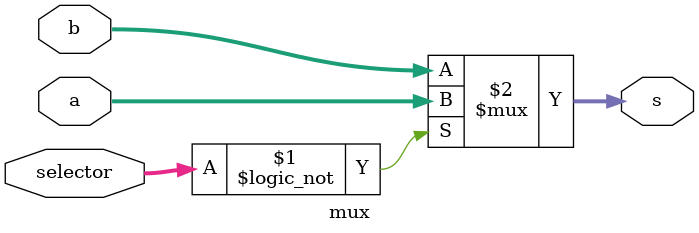
<source format=v>
module mux(
	input [3:0] a,
	input [3:0] b,
	input [1:0] selector,
	output [3:0] s
);

assign s = (selector == 1'b0) ? a : b;

endmodule
</source>
